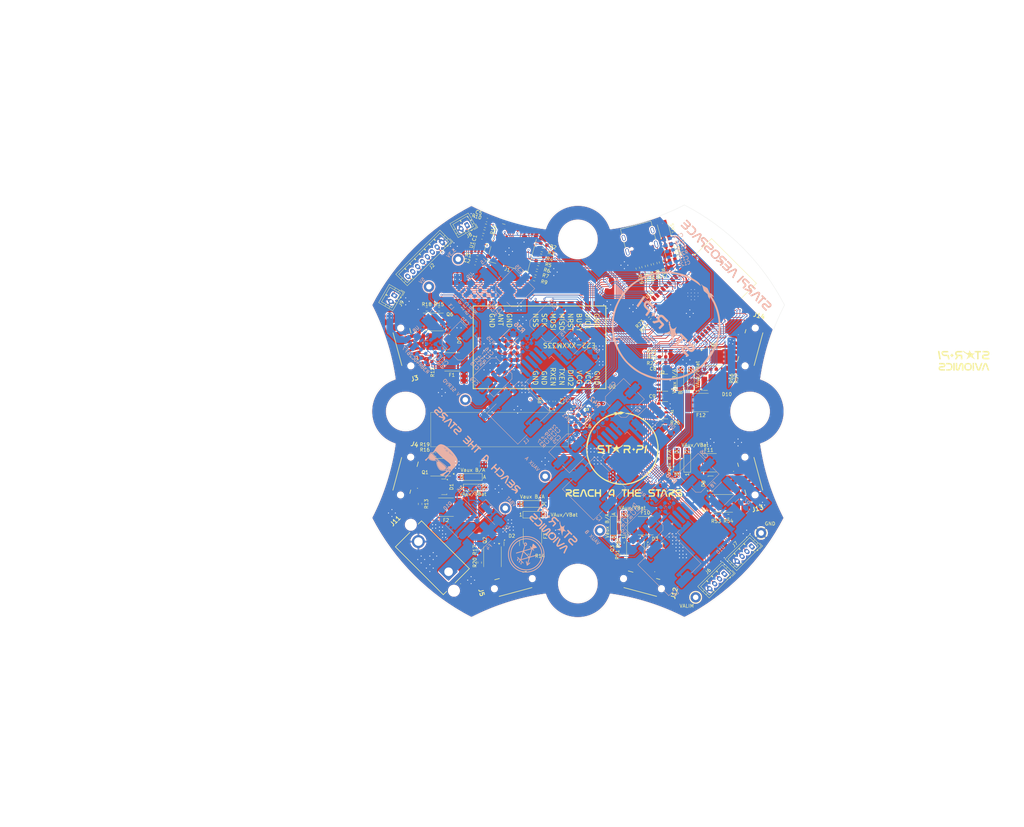
<source format=kicad_pcb>
(kicad_pcb
	(version 20241229)
	(generator "pcbnew")
	(generator_version "9.0")
	(general
		(thickness 1.6)
		(legacy_teardrops no)
	)
	(paper "A4")
	(title_block
		(comment 4 "AISLER Project ID: NEMETBBI")
	)
	(layers
		(0 "F.Cu" signal)
		(4 "In1.Cu" signal)
		(6 "In2.Cu" signal)
		(2 "B.Cu" signal)
		(9 "F.Adhes" user "F.Adhesive")
		(11 "B.Adhes" user "B.Adhesive")
		(13 "F.Paste" user)
		(15 "B.Paste" user)
		(5 "F.SilkS" user "F.Silkscreen")
		(7 "B.SilkS" user "B.Silkscreen")
		(1 "F.Mask" user)
		(3 "B.Mask" user)
		(17 "Dwgs.User" user "User.Drawings")
		(19 "Cmts.User" user "User.Comments")
		(21 "Eco1.User" user "User.Eco1")
		(23 "Eco2.User" user "User.Eco2")
		(25 "Edge.Cuts" user)
		(27 "Margin" user)
		(31 "F.CrtYd" user "F.Courtyard")
		(29 "B.CrtYd" user "B.Courtyard")
		(35 "F.Fab" user)
		(33 "B.Fab" user)
		(39 "User.1" user)
		(41 "User.2" user)
		(43 "User.3" user)
		(45 "User.4" user)
	)
	(setup
		(stackup
			(layer "F.SilkS"
				(type "Top Silk Screen")
			)
			(layer "F.Paste"
				(type "Top Solder Paste")
			)
			(layer "F.Mask"
				(type "Top Solder Mask")
				(thickness 0.01)
			)
			(layer "F.Cu"
				(type "copper")
				(thickness 0.035)
			)
			(layer "dielectric 1"
				(type "prepreg")
				(thickness 0.1)
				(material "FR4")
				(epsilon_r 4.5)
				(loss_tangent 0.02)
			)
			(layer "In1.Cu"
				(type "copper")
				(thickness 0.035)
			)
			(layer "dielectric 2"
				(type "core")
				(thickness 1.24)
				(material "FR4")
				(epsilon_r 4.5)
				(loss_tangent 0.02)
			)
			(layer "In2.Cu"
				(type "copper")
				(thickness 0.035)
			)
			(layer "dielectric 3"
				(type "prepreg")
				(thickness 0.1)
				(material "FR4")
				(epsilon_r 4.5)
				(loss_tangent 0.02)
			)
			(layer "B.Cu"
				(type "copper")
				(thickness 0.035)
			)
			(layer "B.Mask"
				(type "Bottom Solder Mask")
				(thickness 0.01)
			)
			(layer "B.Paste"
				(type "Bottom Solder Paste")
			)
			(layer "B.SilkS"
				(type "Bottom Silk Screen")
			)
			(copper_finish "None")
			(dielectric_constraints no)
		)
		(pad_to_mask_clearance 0)
		(allow_soldermask_bridges_in_footprints no)
		(tenting front back)
		(aux_axis_origin 147.6025 96.945)
		(grid_origin 147.6025 96.945)
		(pcbplotparams
			(layerselection 0x00000000_00000000_55555555_5755f5ff)
			(plot_on_all_layers_selection 0x00000000_00000000_00000000_00000000)
			(disableapertmacros no)
			(usegerberextensions no)
			(usegerberattributes yes)
			(usegerberadvancedattributes yes)
			(creategerberjobfile yes)
			(dashed_line_dash_ratio 12.000000)
			(dashed_line_gap_ratio 3.000000)
			(svgprecision 4)
			(plotframeref no)
			(mode 1)
			(useauxorigin no)
			(hpglpennumber 1)
			(hpglpenspeed 20)
			(hpglpendiameter 15.000000)
			(pdf_front_fp_property_popups yes)
			(pdf_back_fp_property_popups yes)
			(pdf_metadata yes)
			(pdf_single_document no)
			(dxfpolygonmode yes)
			(dxfimperialunits yes)
			(dxfusepcbnewfont yes)
			(psnegative no)
			(psa4output no)
			(plot_black_and_white yes)
			(sketchpadsonfab no)
			(plotpadnumbers no)
			(hidednponfab no)
			(sketchdnponfab yes)
			(crossoutdnponfab yes)
			(subtractmaskfromsilk no)
			(outputformat 1)
			(mirror no)
			(drillshape 1)
			(scaleselection 1)
			(outputdirectory "")
		)
	)
	(net 0 "")
	(net 1 "+3.3V")
	(net 2 "/MCU/SDA1")
	(net 3 "/MCU/SCL1")
	(net 4 "GND")
	(net 5 "unconnected-(A1-SDO-Pad6)")
	(net 6 "Net-(F4-Pad2)")
	(net 7 "/Telemetry/DET_B")
	(net 8 "/Telemetry/SD_VDD")
	(net 9 "/MCU/ENABLE")
	(net 10 "/MCU/BOOTSEL")
	(net 11 "Net-(U2-RXEN)")
	(net 12 "Net-(U5-VIN)")
	(net 13 "Net-(U5-VC)")
	(net 14 "Net-(U6-VCAPH)")
	(net 15 "Net-(U6-VCAPL)")
	(net 16 "+5V")
	(net 17 "Net-(U7-VIN)")
	(net 18 "Net-(U7-VC)")
	(net 19 "Net-(U10-VIN)")
	(net 20 "Net-(U8-EN)")
	(net 21 "Net-(U8-BST)")
	(net 22 "Net-(U10-VC)")
	(net 23 "+7.4V")
	(net 24 "Net-(D1-K)")
	(net 25 "Net-(D1-A-Pad1)")
	(net 26 "Net-(D2-K)")
	(net 27 "Net-(D2-A-Pad1)")
	(net 28 "Net-(D3-A-Pad1)")
	(net 29 "Net-(D3-K)")
	(net 30 "Net-(D4-A2)")
	(net 31 "Net-(D5-K)")
	(net 32 "Net-(D6-K)")
	(net 33 "Net-(D7-K)")
	(net 34 "Net-(JP2-C)")
	(net 35 "Net-(JP6-C)")
	(net 36 "Net-(U8-SW)")
	(net 37 "+12V")
	(net 38 "/Telemetry/DET_A")
	(net 39 "Net-(J1-DAT3{slash}CD)")
	(net 40 "/MCU/SD_D0")
	(net 41 "/MCU/SD_CMD")
	(net 42 "Net-(J1-SHIELD)")
	(net 43 "/MCU/SD_CLK")
	(net 44 "Net-(J1-DAT1)")
	(net 45 "Net-(J1-DAT2)")
	(net 46 "/MCU/RX2")
	(net 47 "unconnected-(J2-Pin_3-Pad3)")
	(net 48 "/MCU/IO8")
	(net 49 "/MCU/TX2")
	(net 50 "unconnected-(J2-Pin_7-Pad7)")
	(net 51 "/MCU/IO9")
	(net 52 "Net-(U9-EN)")
	(net 53 "/MCU/ADC1")
	(net 54 "/MCU/ADC2")
	(net 55 "Net-(U9-BST)")
	(net 56 "Net-(U9-SW)")
	(net 57 "Net-(JP5-C)")
	(net 58 "unconnected-(J5-PadMP2)")
	(net 59 "unconnected-(J5-PadMP4)")
	(net 60 "unconnected-(J5-PadMP3)")
	(net 61 "/MCU/D+")
	(net 62 "unconnected-(J5-PadMP1)")
	(net 63 "/MCU/D-")
	(net 64 "/MCU/SCL2")
	(net 65 "/MCU/SDA2")
	(net 66 "/MCU/RX0")
	(net 67 "/MCU/TX0")
	(net 68 "VauxB")
	(net 69 "VauxA")
	(net 70 "Net-(JP3-C)")
	(net 71 "Net-(JP4-C)")
	(net 72 "Net-(JP7-C)")
	(net 73 "Net-(JP8-C)")
	(net 74 "unconnected-(J10-VBUS-PadA4)")
	(net 75 "unconnected-(J10-SBU1-PadA8)")
	(net 76 "Net-(J10-CC2)")
	(net 77 "/Actuation/PINT1_HS")
	(net 78 "Net-(J10-SHIELD)")
	(net 79 "/Actuation/PINT2_HS")
	(net 80 "unconnected-(J10-VBUS-PadA4)_1")
	(net 81 "/Actuation/PINT3_HS")
	(net 82 "unconnected-(J10-VBUS-PadA4)_2")
	(net 83 "Net-(Q10-G)")
	(net 84 "unconnected-(J10-SBU2-PadB8)")
	(net 85 "/Actuation/PINT1_LS")
	(net 86 "/Actuation/PINT2_LS")
	(net 87 "/Actuation/PINT3_LS")
	(net 88 "/MCU/USB_D-")
	(net 89 "/MCU/USB_D+")
	(net 90 "Net-(J10-CC1)")
	(net 91 "unconnected-(J10-VBUS-PadA4)_3")
	(net 92 "/Power Supply/FB7.4V")
	(net 93 "/Power Supply/FBA")
	(net 94 "/Power Supply/FBB")
	(net 95 "/MCU/IO7")
	(net 96 "/MCU/MOSI2")
	(net 97 "Net-(JP1-C)")
	(net 98 "/MCU/SCK2")
	(net 99 "/MCU/MISO2")
	(net 100 "/MCU/IO5")
	(net 101 "/MCU/IO6")
	(net 102 "/MCU/IO14_CS1")
	(net 103 "/MCU/IO15_CS2")
	(net 104 "unconnected-(U3-INT2-Pad9)")
	(net 105 "/MCU/IO10")
	(net 106 "unconnected-(U3-NC-Pad10)")
	(net 107 "unconnected-(U3-NC-Pad11)")
	(net 108 "Net-(Q1-G)")
	(net 109 "Net-(Q2-G)")
	(net 110 "Net-(Q3-G)")
	(net 111 "Net-(U1-QOD)")
	(net 112 "Net-(U8-FB)")
	(net 113 "Net-(U9-FB)")
	(net 114 "unconnected-(U1-CT-Pad4)")
	(net 115 "unconnected-(U2-ANT-Pad21)")
	(net 116 "Net-(U2-DIO2)")
	(net 117 "unconnected-(U6-NC_3-Pad3)")
	(net 118 "unconnected-(U6-NC_5-Pad5)")
	(net 119 "unconnected-(J3-PadMP4)")
	(net 120 "unconnected-(J3-PadMP1)")
	(net 121 "unconnected-(J3-PadMP2)")
	(net 122 "Net-(Q2-D)")
	(net 123 "unconnected-(J3-PadMP3)")
	(net 124 "unconnected-(J4-PadMP1)")
	(net 125 "unconnected-(J4-PadMP4)")
	(net 126 "Net-(Q3-D)")
	(net 127 "unconnected-(J4-PadMP3)")
	(net 128 "unconnected-(J4-PadMP2)")
	(net 129 "Net-(Q1-D)")
	(net 130 "unconnected-(A2-SDO-Pad6)")
	(net 131 "Net-(D8-A-Pad1)")
	(net 132 "Net-(D8-K)")
	(net 133 "Net-(D9-K)")
	(net 134 "Net-(D10-K)")
	(net 135 "Net-(D10-A-Pad1)")
	(net 136 "Net-(JP10-C)")
	(net 137 "Net-(J3-PadA1)")
	(net 138 "Net-(J4-PadA1)")
	(net 139 "Net-(J5-PadA1)")
	(net 140 "unconnected-(J12-PadMP2)")
	(net 141 "unconnected-(J12-PadMP1)")
	(net 142 "unconnected-(J12-PadMP3)")
	(net 143 "unconnected-(J12-PadA1)")
	(net 144 "unconnected-(J12-PadMP4)")
	(net 145 "unconnected-(J13-PadMP3)")
	(net 146 "unconnected-(J13-PadA1)")
	(net 147 "Net-(Q4-D)")
	(net 148 "unconnected-(J13-PadMP1)")
	(net 149 "unconnected-(J13-PadMP2)")
	(net 150 "unconnected-(J13-PadMP4)")
	(net 151 "unconnected-(J14-PadMP2)")
	(net 152 "unconnected-(J14-PadMP1)")
	(net 153 "Net-(Q5-D)")
	(net 154 "unconnected-(J14-PadA1)")
	(net 155 "unconnected-(J14-PadMP4)")
	(net 156 "unconnected-(J14-PadMP3)")
	(net 157 "Net-(JP10-B)")
	(net 158 "Net-(Q4-G)")
	(net 159 "Net-(Q5-G)")
	(net 160 "Net-(R34-Pad2)")
	(net 161 "Net-(R39-Pad2)")
	(net 162 "Net-(R46-Pad2)")
	(net 163 "/Actuation/PINT4_LS")
	(net 164 "/Actuation/PINT5_LS")
	(net 165 "/Actuation/PINT6_LS")
	(net 166 "Net-(D9-A-Pad1)")
	(net 167 "Net-(Q6-D)")
	(net 168 "Net-(Q6-G)")
	(footprint "Resistor_SMD:R_0603_1608Metric_Pad0.98x0.95mm_HandSolder" (layer "F.Cu") (at 107.3025 67.245))
	(footprint "Jumper:SolderJumper-3_P2.0mm_Open_TrianglePad1.0x1.5mm_NumberLabels" (layer "F.Cu") (at 117.1025 119.005 180))
	(footprint "Resistor_SMD:R_0603_1608Metric_Pad0.98x0.95mm_HandSolder" (layer "F.Cu") (at 106.2025 109.445))
	(footprint "Resistor_SMD:R_0603_1608Metric_Pad0.98x0.95mm_HandSolder" (layer "F.Cu") (at 118.314772 52.188825 165))
	(footprint "Resistor_SMD:R_0603_1608Metric_Pad0.98x0.95mm_HandSolder" (layer "F.Cu") (at 168.379041 54.423475 -75))
	(footprint "Resistor_SMD:R_0603_1608Metric_Pad0.98x0.95mm_HandSolder" (layer "F.Cu") (at 119.1025 140.841765 90))
	(footprint "Capacitor_SMD:C_0603_1608Metric_Pad1.08x0.95mm_HandSolder" (layer "F.Cu") (at 121.226486 41.32216 165))
	(footprint "Jumper:SolderJumper-3_P2.0mm_Open_TrianglePad1.0x1.5mm_NumberLabels" (layer "F.Cu") (at 117.0825 116.005))
	(footprint "Fuse:Fuse_2920_7451Metric_Pad2.10x5.45mm_HandSolder" (layer "F.Cu") (at 134.399559 133.141765 90))
	(footprint "Jumper:SolderJumper-3_P2.0mm_Open_TrianglePad1.0x1.5mm_NumberLabels" (layer "F.Cu") (at 177.4025 88.145 90))
	(footprint "Resistor_SMD:R_0603_1608Metric_Pad0.98x0.95mm_HandSolder" (layer "F.Cu") (at 105.2025 81.545 90))
	(footprint "Jumper:SolderJumper-3_P2.0mm_Open_TrianglePad1.0x1.5mm_NumberLabels" (layer "F.Cu") (at 134.399559 126.911765 180))
	(footprint "Package_TO_SOT_SMD:TO-277A" (layer "F.Cu") (at 128.4025 137.59))
	(footprint "Connector_JST:JST_PH_B8B-PH-K_1x08_P2.00mm_Vertical" (layer "F.Cu") (at 108.141156 47.784162 -135))
	(footprint "Buttons:C4B1802110" (layer "F.Cu") (at 174.459793 50.869394 -75))
	(footprint "Resistor_SMD:R_0603_1608Metric_Pad0.98x0.95mm_HandSolder" (layer "F.Cu") (at 188.685 84.645 180))
	(footprint "Sensors:XDCR_LSM6DSO32TR" (layer "F.Cu") (at 147.6025 96.945))
	(footprint "Connector_JST:JST_PH_B4B-PH-K_1x04_P2.00mm_Vertical" (layer "F.Cu") (at 190.140189 144.15731 -135))
	(footprint "Capacitor_SMD:C_0603_1608Metric_Pad1.08x0.95mm_HandSolder" (layer "F.Cu") (at 119.867686 46.39327 165))
	(footprint "Resistor_SMD:R_0603_1608Metric_Pad0.98x0.95mm_HandSolder" (layer "F.Cu") (at 171.759782 53.517608 -75))
	(footprint "Connector_JST:JST_PH_B2B-PH-K_1x02_P2.00mm_Vertical" (layer "F.Cu") (at 115.434551 42.845 -150))
	(footprint "Resistor_SMD:R_0603_1608Metric_Pad0.98x0.95mm_HandSolder" (layer "F.Cu") (at 166.688672 54.876407 -75))
	(footprint "Resistor_SMD:R_0603_1608Metric_Pad0.98x0.95mm_HandSolder" (layer "F.Cu") (at 103.7025 67.245))
	(footprint "Sensors:XDCR_MS561101BA03-50" (layer "F.Cu") (at 172.2025 88.57 180))
	(footprint "Resistor_SMD:R_0603_1608Metric_Pad0.98x0.95mm_HandSolder" (layer "F.Cu") (at 120.320619 44.7029 -15))
	(footprint "Capacitor_SMD:C_0603_1608Metric_Pad1.08x0.95mm_HandSolder" (layer "F.Cu") (at 147.715 99.32))
	(footprint "Resistor_SMD:R_0603_1608Metric_Pad0.98x0.95mm_HandSolder" (layer "F.Cu") (at 135.007022 58.473234 -15))
	(footprint "Resistor_SMD:R_0603_1608Metric_Pad0.98x0.95mm_HandSolder" (layer "F.Cu") (at 172.202501 100.195))
	(footprint "Package_TO_SOT_SMD:TO-277A" (layer "F.Cu") (at 186.8625 88.545 90))
	(footprint "Jumper:SolderJumper-3_P2.0mm_Open_TrianglePad1.0x1.5mm_NumberLabels" (layer "F.Cu") (at 176.3325 111.845 90))
	(footprint "Resistor_SMD:R_0603_1608Metric_Pad0.98x0.95mm_HandSolder" (layer "F.Cu") (at 136.818755 51.711753 165))
	(footprint "Resistor_SMD:R_0603_1608Metric_Pad0.98x0.95mm_HandSolder" (layer "F.Cu") (at 169.1025 70.445 45))
	(footprint "TestPoint:TestPoint_Loop_D2.60mm_Drill1.6mm_Beaded"
		(layer "F.Cu")
		(uuid "4b6f9f13-8428-446f-b3a5-019bcedaf816")
		(at 200.8025 132.245 90)
		(descr "wire loop with bead as test point, loop diameter2.6mm, hole diameter 1.6mm")
		(tags "test point wire loop bead")
		(property "Reference" "GND"
			(at 2.7 2.6 180)
			(layer "F.SilkS")
			(uuid "1bb1392c-a593-4e4a-a61a-07fb225c6c7f")
			(effects
				(font
					(size 1 1)
					(thickness 0.15)
				)
			)
		)
		(property "Value" "TestPoint"
			(at 0 -2.8 90)
			(layer "F.Fab")
			(uuid "3c9ab71e-ff14-421f-805e-cab12768d85f")
			(effects
				(font
					(size 1 1)
					(thickness 0.15)
				)
			)
		)
		(property "Datasheet" "~"
			(at 0 0 90)
			(unlocked yes)
			(layer "F.Fab")
			(hide yes)
			(uuid "13533c73-6eec-48d4-8483-ab7b75e15696")
			(effects
				(font
					(size 1.27 1.27)
					(thickness 0.15)
				)
			)
		)
		(property "Description" "test point"
			(at 0 0 90)
			(unlocked yes)
			(layer "F.Fab")
			(hide yes)
			(uuid "d5591a33-c939-45b7-9dab-8599628fdf25")
			(effects
				(font
					(size 1.27 1.27)
					(thickness 0.15)
				)
			)
		)
		(property ki_fp_filters "Pin* Test*")
		(path "/481bde4d-67e6-41cb-9b0e-93e9a8e96a50/48694584-2661-4243-adfc-e4bcd77c4567")
		(sheetname "/Power Supply/")
		(sheetfile "power_supply.kicad_sch")
		(attr through_hole)
		(fp_circle
			(center 0 0)
			(end 1.7 0)
			(stroke
				(width 0.12)
				(type solid)
			)
			(fill no)
			(layer "F.SilkS")
			(uuid "8a5758c7-4a6c-409d-8143-ecdc9bf7eca5")
		)
		(fp_circle
			(center 0 0)
			(end 2 0)
			(stroke
				(width 0.05)
				(type solid)
			)
			(fill no)
			(layer "F.CrtYd")
			(uuid "5854f299-adc0-43e2-922b-8069f6c9f98b")
		)
		(fp_line
			(start 1.3 -0.3)
			(end -1.3 -0.3)
			(stroke
				(width 0.12)
				(type solid)
			)
			(layer "F.Fab")
			(uuid "5c5d74b8-6472-497c-be0d-affaf0a8f774")
		)
		(fp_line
			(start -1.3 -0.3)
			(end -1.3 0.3)
			(stroke
				(width 0.12)
				(type solid)
			)
			(layer "F.Fab")
			(uuid "61fa4ac7-5be6-46e9-87af-268c4ee74146")
		)
		(fp_line
			(start 1.3 0.3)
			(end 1.3 -0.3)
			(stroke
				(width 0.12)
				(type solid)
			)
			(layer "F.Fab")
			(uuid "d7bf7549-78a5-4aad-9286-75449998f36e")
		)
		(fp_line
			(start -1.3 0.3)
			(end 1.3 0.3)
			(stroke
				(width 0.12)
				(type solid)
			)
			(layer "F.Fab")
			(uuid "9f8e852e-30a9-4787-86e6-a840192621d0")
		)
		(fp_circle
			(center 0 0)
			(end 1.5 0)
			(stroke
				(width 0.12)
				(type solid)
			)
			(fill no)
			(layer "F.Fab")
			(uuid "00526f75-632b-4469-b6d6-64f15cb05a27")
		)
		(fp_text user "${REFERENCE}"
			(at 0.7 2.5 90)
			(layer "F.Fab")
			(uuid "7b94fda4-8cef-4bcc-a478-bcbbc863ff7a")
			(effects
				(font
					(size 1 1)
					(thickness 0.15)
				)
			)
		)
		(pad "1" thru_hole circle
			(at 0 0 90)
			(size 3 3)
			(drill 1.6)
			(layers "*.Cu" "*.Mask")
			(remove_unused_layers no)
			(net 4 "GND")
			(pinfunction "1")
			(pintype "passive")
			(uuid "1de5bbb0-dd0c-4d17-8969-e3f9e17f63c6")
		)
		(embedded_fonts no)
		(model "${KICAD9_3DMODEL_DIR}/TestPoint.3dshapes/TestPoint_Loop_D2.60mm_Drill1.6mm_Beaded.step"
			(offset
				(xyz 0
... [5416879 chars truncated]
</source>
